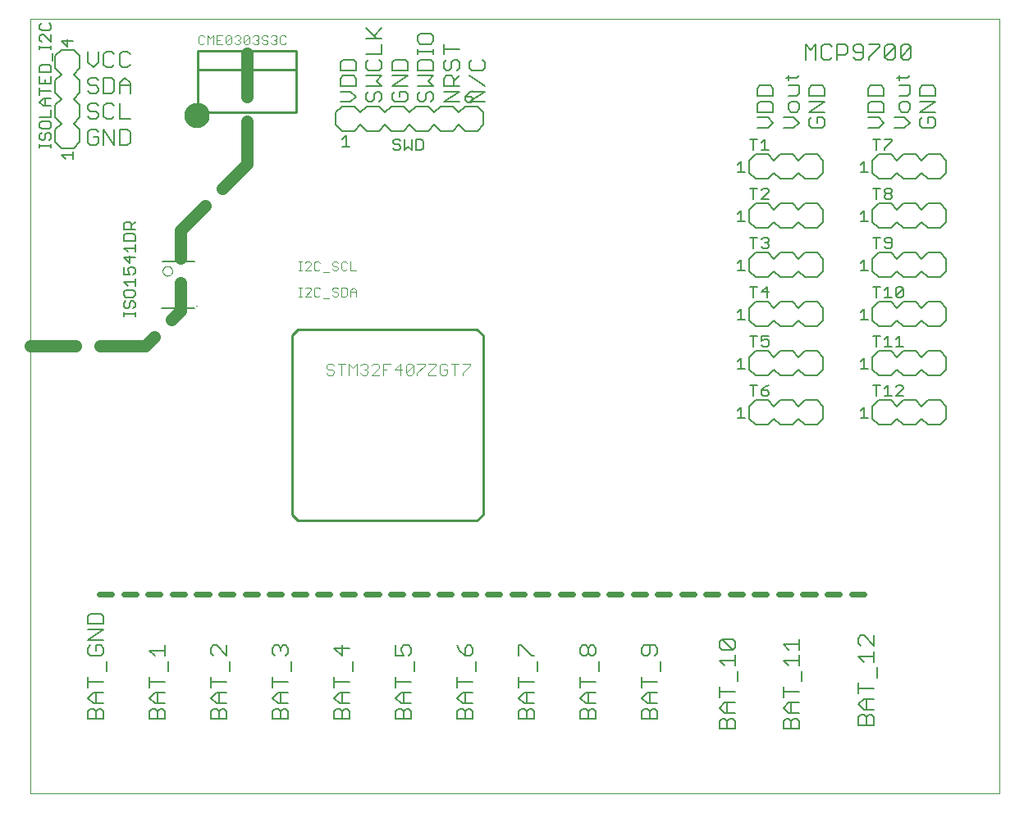
<source format=gto>
G75*
%MOIN*%
%OFA0B0*%
%FSLAX25Y25*%
%IPPOS*%
%LPD*%
%AMOC8*
5,1,8,0,0,1.08239X$1,22.5*
%
%ADD10C,0.00000*%
%ADD11C,0.05000*%
%ADD12C,0.00600*%
%ADD13C,0.02400*%
%ADD14C,0.01000*%
%ADD15C,0.00400*%
%ADD16C,0.00300*%
%ADD17C,0.00200*%
%ADD18C,0.00500*%
D10*
X0003500Y0001000D02*
X0003500Y0315961D01*
X0397201Y0315961D01*
X0397201Y0001000D01*
X0003500Y0001000D01*
D11*
X0003500Y0183000D02*
X0021750Y0183000D01*
X0031750Y0183000D02*
X0050000Y0183000D01*
X0053714Y0186714D01*
X0060786Y0193786D02*
X0064500Y0197500D01*
X0064500Y0208750D01*
X0064500Y0218750D02*
X0064500Y0230000D01*
X0074464Y0239964D01*
X0081536Y0247036D02*
X0091500Y0257000D01*
X0091500Y0274500D01*
X0091500Y0284500D02*
X0091500Y0302000D01*
X0068450Y0277000D02*
X0068452Y0277101D01*
X0068458Y0277201D01*
X0068468Y0277302D01*
X0068482Y0277401D01*
X0068500Y0277501D01*
X0068521Y0277599D01*
X0068547Y0277696D01*
X0068576Y0277793D01*
X0068610Y0277888D01*
X0068647Y0277982D01*
X0068687Y0278074D01*
X0068731Y0278164D01*
X0068779Y0278253D01*
X0068830Y0278340D01*
X0068885Y0278425D01*
X0068943Y0278507D01*
X0069004Y0278587D01*
X0069068Y0278665D01*
X0069136Y0278740D01*
X0069206Y0278812D01*
X0069279Y0278881D01*
X0069354Y0278948D01*
X0069433Y0279011D01*
X0069513Y0279072D01*
X0069596Y0279129D01*
X0069682Y0279183D01*
X0069769Y0279233D01*
X0069858Y0279280D01*
X0069949Y0279323D01*
X0070042Y0279363D01*
X0070136Y0279399D01*
X0070231Y0279431D01*
X0070328Y0279460D01*
X0070426Y0279484D01*
X0070524Y0279505D01*
X0070624Y0279522D01*
X0070723Y0279535D01*
X0070824Y0279544D01*
X0070924Y0279549D01*
X0071025Y0279550D01*
X0071126Y0279547D01*
X0071226Y0279540D01*
X0071327Y0279529D01*
X0071426Y0279514D01*
X0071525Y0279495D01*
X0071623Y0279473D01*
X0071721Y0279446D01*
X0071817Y0279416D01*
X0071911Y0279382D01*
X0072005Y0279344D01*
X0072097Y0279302D01*
X0072187Y0279257D01*
X0072275Y0279208D01*
X0072361Y0279156D01*
X0072445Y0279101D01*
X0072527Y0279042D01*
X0072607Y0278980D01*
X0072684Y0278915D01*
X0072758Y0278847D01*
X0072830Y0278776D01*
X0072898Y0278703D01*
X0072964Y0278626D01*
X0073027Y0278547D01*
X0073086Y0278466D01*
X0073143Y0278382D01*
X0073196Y0278297D01*
X0073245Y0278209D01*
X0073291Y0278119D01*
X0073334Y0278028D01*
X0073372Y0277935D01*
X0073407Y0277841D01*
X0073439Y0277745D01*
X0073466Y0277648D01*
X0073490Y0277550D01*
X0073510Y0277451D01*
X0073526Y0277352D01*
X0073538Y0277252D01*
X0073546Y0277151D01*
X0073550Y0277050D01*
X0073550Y0276950D01*
X0073546Y0276849D01*
X0073538Y0276748D01*
X0073526Y0276648D01*
X0073510Y0276549D01*
X0073490Y0276450D01*
X0073466Y0276352D01*
X0073439Y0276255D01*
X0073407Y0276159D01*
X0073372Y0276065D01*
X0073334Y0275972D01*
X0073291Y0275881D01*
X0073245Y0275791D01*
X0073196Y0275703D01*
X0073143Y0275618D01*
X0073086Y0275534D01*
X0073027Y0275453D01*
X0072964Y0275374D01*
X0072898Y0275297D01*
X0072830Y0275224D01*
X0072758Y0275153D01*
X0072684Y0275085D01*
X0072607Y0275020D01*
X0072527Y0274958D01*
X0072445Y0274899D01*
X0072361Y0274844D01*
X0072275Y0274792D01*
X0072187Y0274743D01*
X0072097Y0274698D01*
X0072005Y0274656D01*
X0071911Y0274618D01*
X0071817Y0274584D01*
X0071721Y0274554D01*
X0071623Y0274527D01*
X0071525Y0274505D01*
X0071426Y0274486D01*
X0071327Y0274471D01*
X0071226Y0274460D01*
X0071126Y0274453D01*
X0071025Y0274450D01*
X0070924Y0274451D01*
X0070824Y0274456D01*
X0070723Y0274465D01*
X0070624Y0274478D01*
X0070524Y0274495D01*
X0070426Y0274516D01*
X0070328Y0274540D01*
X0070231Y0274569D01*
X0070136Y0274601D01*
X0070042Y0274637D01*
X0069949Y0274677D01*
X0069858Y0274720D01*
X0069769Y0274767D01*
X0069682Y0274817D01*
X0069596Y0274871D01*
X0069513Y0274928D01*
X0069433Y0274989D01*
X0069354Y0275052D01*
X0069279Y0275119D01*
X0069206Y0275188D01*
X0069136Y0275260D01*
X0069068Y0275335D01*
X0069004Y0275413D01*
X0068943Y0275493D01*
X0068885Y0275575D01*
X0068830Y0275660D01*
X0068779Y0275747D01*
X0068731Y0275836D01*
X0068687Y0275926D01*
X0068647Y0276018D01*
X0068610Y0276112D01*
X0068576Y0276207D01*
X0068547Y0276304D01*
X0068521Y0276401D01*
X0068500Y0276499D01*
X0068482Y0276599D01*
X0068468Y0276698D01*
X0068458Y0276799D01*
X0068452Y0276899D01*
X0068450Y0277000D01*
D12*
X0043961Y0275300D02*
X0039691Y0275300D01*
X0039691Y0281705D01*
X0037516Y0280638D02*
X0036448Y0281705D01*
X0034313Y0281705D01*
X0033245Y0280638D01*
X0033245Y0276368D01*
X0034313Y0275300D01*
X0036448Y0275300D01*
X0037516Y0276368D01*
X0037516Y0271205D02*
X0037516Y0264800D01*
X0033245Y0271205D01*
X0033245Y0264800D01*
X0031070Y0265868D02*
X0031070Y0268003D01*
X0028935Y0268003D01*
X0026800Y0270138D02*
X0026800Y0265868D01*
X0027868Y0264800D01*
X0030003Y0264800D01*
X0031070Y0265868D01*
X0031070Y0270138D02*
X0030003Y0271205D01*
X0027868Y0271205D01*
X0026800Y0270138D01*
X0023500Y0271000D02*
X0023500Y0266000D01*
X0021000Y0263500D01*
X0016000Y0263500D01*
X0013500Y0266000D01*
X0013500Y0271000D01*
X0016000Y0273500D01*
X0013500Y0276000D01*
X0013500Y0281000D01*
X0016000Y0283500D01*
X0013500Y0286000D01*
X0013500Y0291000D01*
X0016000Y0293500D01*
X0013500Y0296000D01*
X0013500Y0301000D01*
X0016000Y0303500D01*
X0021000Y0303500D01*
X0023500Y0301000D01*
X0023500Y0296000D01*
X0021000Y0293500D01*
X0023500Y0291000D01*
X0023500Y0286000D01*
X0021000Y0283500D01*
X0023500Y0281000D01*
X0023500Y0276000D01*
X0021000Y0273500D01*
X0023500Y0271000D01*
X0027868Y0275300D02*
X0026800Y0276368D01*
X0027868Y0275300D02*
X0030003Y0275300D01*
X0031070Y0276368D01*
X0031070Y0277435D01*
X0030003Y0278503D01*
X0027868Y0278503D01*
X0026800Y0279570D01*
X0026800Y0280638D01*
X0027868Y0281705D01*
X0030003Y0281705D01*
X0031070Y0280638D01*
X0030003Y0285800D02*
X0027868Y0285800D01*
X0026800Y0286868D01*
X0027868Y0289003D02*
X0030003Y0289003D01*
X0031070Y0287935D01*
X0031070Y0286868D01*
X0030003Y0285800D01*
X0033245Y0285800D02*
X0036448Y0285800D01*
X0037516Y0286868D01*
X0037516Y0291138D01*
X0036448Y0292205D01*
X0033245Y0292205D01*
X0033245Y0285800D01*
X0039691Y0285800D02*
X0039691Y0290070D01*
X0041826Y0292205D01*
X0043961Y0290070D01*
X0043961Y0285800D01*
X0043961Y0289003D02*
X0039691Y0289003D01*
X0040759Y0296300D02*
X0042894Y0296300D01*
X0043961Y0297368D01*
X0040759Y0296300D02*
X0039691Y0297368D01*
X0039691Y0301638D01*
X0040759Y0302705D01*
X0042894Y0302705D01*
X0043961Y0301638D01*
X0037516Y0301638D02*
X0036448Y0302705D01*
X0034313Y0302705D01*
X0033245Y0301638D01*
X0033245Y0297368D01*
X0034313Y0296300D01*
X0036448Y0296300D01*
X0037516Y0297368D01*
X0031070Y0298435D02*
X0028935Y0296300D01*
X0026800Y0298435D01*
X0026800Y0302705D01*
X0031070Y0302705D02*
X0031070Y0298435D01*
X0030003Y0292205D02*
X0027868Y0292205D01*
X0026800Y0291138D01*
X0026800Y0290070D01*
X0027868Y0289003D01*
X0031070Y0291138D02*
X0030003Y0292205D01*
X0039691Y0271205D02*
X0042894Y0271205D01*
X0043961Y0270138D01*
X0043961Y0265868D01*
X0042894Y0264800D01*
X0039691Y0264800D01*
X0039691Y0271205D01*
X0056945Y0217547D02*
X0070094Y0217547D01*
X0071079Y0199398D02*
X0071079Y0199299D01*
X0070094Y0198453D02*
X0056906Y0198453D01*
X0130000Y0270500D02*
X0135000Y0270500D01*
X0137500Y0273000D01*
X0140000Y0270500D01*
X0145000Y0270500D01*
X0147500Y0273000D01*
X0150000Y0270500D01*
X0155000Y0270500D01*
X0157500Y0273000D01*
X0160000Y0270500D01*
X0165000Y0270500D01*
X0167500Y0273000D01*
X0170000Y0270500D01*
X0175000Y0270500D01*
X0177500Y0273000D01*
X0180000Y0270500D01*
X0185000Y0270500D01*
X0187500Y0273000D01*
X0187500Y0278000D01*
X0185000Y0280500D01*
X0180000Y0280500D01*
X0177500Y0278000D01*
X0175000Y0280500D01*
X0170000Y0280500D01*
X0167500Y0278000D01*
X0165000Y0280500D01*
X0160000Y0280500D01*
X0157500Y0278000D01*
X0155000Y0280500D01*
X0150000Y0280500D01*
X0147500Y0278000D01*
X0145000Y0280500D01*
X0140000Y0280500D01*
X0137500Y0278000D01*
X0135000Y0280500D01*
X0130000Y0280500D01*
X0127500Y0278000D01*
X0127500Y0273000D01*
X0130000Y0270500D01*
X0129295Y0282300D02*
X0133565Y0282300D01*
X0135700Y0284435D01*
X0133565Y0286570D01*
X0129295Y0286570D01*
X0129295Y0288745D02*
X0129295Y0291948D01*
X0130362Y0293016D01*
X0134632Y0293016D01*
X0135700Y0291948D01*
X0135700Y0288745D01*
X0129295Y0288745D01*
X0129295Y0295191D02*
X0129295Y0298394D01*
X0130362Y0299461D01*
X0134632Y0299461D01*
X0135700Y0298394D01*
X0135700Y0295191D01*
X0129295Y0295191D01*
X0139795Y0296259D02*
X0140862Y0295191D01*
X0145132Y0295191D01*
X0146200Y0296259D01*
X0146200Y0298394D01*
X0145132Y0299461D01*
X0146200Y0301636D02*
X0139795Y0301636D01*
X0140862Y0299461D02*
X0139795Y0298394D01*
X0139795Y0296259D01*
X0139795Y0293016D02*
X0146200Y0293016D01*
X0144065Y0290881D01*
X0146200Y0288745D01*
X0139795Y0288745D01*
X0140862Y0286570D02*
X0139795Y0285503D01*
X0139795Y0283368D01*
X0140862Y0282300D01*
X0141930Y0282300D01*
X0142997Y0283368D01*
X0142997Y0285503D01*
X0144065Y0286570D01*
X0145132Y0286570D01*
X0146200Y0285503D01*
X0146200Y0283368D01*
X0145132Y0282300D01*
X0150295Y0283368D02*
X0150295Y0285503D01*
X0151362Y0286570D01*
X0153497Y0286570D02*
X0153497Y0284435D01*
X0153497Y0286570D02*
X0155632Y0286570D01*
X0156700Y0285503D01*
X0156700Y0283368D01*
X0155632Y0282300D01*
X0151362Y0282300D01*
X0150295Y0283368D01*
X0150295Y0288745D02*
X0156700Y0293016D01*
X0150295Y0293016D01*
X0150295Y0295191D02*
X0150295Y0298394D01*
X0151362Y0299461D01*
X0155632Y0299461D01*
X0156700Y0298394D01*
X0156700Y0295191D01*
X0150295Y0295191D01*
X0150295Y0288745D02*
X0156700Y0288745D01*
X0160795Y0288745D02*
X0167200Y0288745D01*
X0165065Y0290881D01*
X0167200Y0293016D01*
X0160795Y0293016D01*
X0160795Y0295191D02*
X0160795Y0298394D01*
X0161862Y0299461D01*
X0166132Y0299461D01*
X0167200Y0298394D01*
X0167200Y0295191D01*
X0160795Y0295191D01*
X0160795Y0301636D02*
X0160795Y0303772D01*
X0160795Y0302704D02*
X0167200Y0302704D01*
X0167200Y0301636D02*
X0167200Y0303772D01*
X0166132Y0305933D02*
X0167200Y0307001D01*
X0167200Y0309136D01*
X0166132Y0310204D01*
X0161862Y0310204D01*
X0160795Y0309136D01*
X0160795Y0307001D01*
X0161862Y0305933D01*
X0166132Y0305933D01*
X0171295Y0305907D02*
X0171295Y0301636D01*
X0171295Y0303772D02*
X0177700Y0303772D01*
X0176632Y0299461D02*
X0177700Y0298394D01*
X0177700Y0296259D01*
X0176632Y0295191D01*
X0174497Y0296259D02*
X0174497Y0298394D01*
X0175565Y0299461D01*
X0176632Y0299461D01*
X0174497Y0296259D02*
X0173430Y0295191D01*
X0172362Y0295191D01*
X0171295Y0296259D01*
X0171295Y0298394D01*
X0172362Y0299461D01*
X0172362Y0293016D02*
X0174497Y0293016D01*
X0175565Y0291948D01*
X0175565Y0288745D01*
X0177700Y0288745D02*
X0171295Y0288745D01*
X0171295Y0291948D01*
X0172362Y0293016D01*
X0175565Y0290881D02*
X0177700Y0293016D01*
X0181795Y0293016D02*
X0188200Y0288745D01*
X0188200Y0286570D02*
X0181795Y0286570D01*
X0177700Y0286570D02*
X0171295Y0286570D01*
X0171295Y0282300D02*
X0177700Y0286570D01*
X0177700Y0282300D02*
X0171295Y0282300D01*
X0167200Y0283368D02*
X0166132Y0282300D01*
X0167200Y0283368D02*
X0167200Y0285503D01*
X0166132Y0286570D01*
X0165065Y0286570D01*
X0163997Y0285503D01*
X0163997Y0283368D01*
X0162930Y0282300D01*
X0161862Y0282300D01*
X0160795Y0283368D01*
X0160795Y0285503D01*
X0161862Y0286570D01*
X0181795Y0282300D02*
X0188200Y0286570D01*
X0188200Y0282300D02*
X0181795Y0282300D01*
X0182862Y0295191D02*
X0187132Y0295191D01*
X0188200Y0296259D01*
X0188200Y0298394D01*
X0187132Y0299461D01*
X0182862Y0299461D02*
X0181795Y0298394D01*
X0181795Y0296259D01*
X0182862Y0295191D01*
X0146200Y0301636D02*
X0146200Y0305907D01*
X0146200Y0308082D02*
X0139795Y0308082D01*
X0142997Y0309150D02*
X0146200Y0312352D01*
X0144065Y0308082D02*
X0139795Y0312352D01*
X0295500Y0258500D02*
X0295500Y0253500D01*
X0298000Y0251000D01*
X0303000Y0251000D01*
X0305500Y0253500D01*
X0308000Y0251000D01*
X0313000Y0251000D01*
X0315500Y0253500D01*
X0318000Y0251000D01*
X0323000Y0251000D01*
X0325500Y0253500D01*
X0325500Y0258500D01*
X0323000Y0261000D01*
X0318000Y0261000D01*
X0315500Y0258500D01*
X0313000Y0261000D01*
X0308000Y0261000D01*
X0305500Y0258500D01*
X0303000Y0261000D01*
X0298000Y0261000D01*
X0295500Y0258500D01*
X0298795Y0271800D02*
X0303065Y0271800D01*
X0305200Y0273935D01*
X0303065Y0276070D01*
X0298795Y0276070D01*
X0298795Y0278245D02*
X0298795Y0281448D01*
X0299862Y0282516D01*
X0304132Y0282516D01*
X0305200Y0281448D01*
X0305200Y0278245D01*
X0298795Y0278245D01*
X0298795Y0284691D02*
X0298795Y0287894D01*
X0299862Y0288961D01*
X0304132Y0288961D01*
X0305200Y0287894D01*
X0305200Y0284691D01*
X0298795Y0284691D01*
X0310362Y0292204D02*
X0314632Y0292204D01*
X0315700Y0293272D01*
X0311430Y0293272D02*
X0311430Y0291136D01*
X0311430Y0288961D02*
X0315700Y0288961D01*
X0315700Y0285759D01*
X0314632Y0284691D01*
X0311430Y0284691D01*
X0312497Y0282516D02*
X0311430Y0281448D01*
X0311430Y0279313D01*
X0312497Y0278245D01*
X0314632Y0278245D01*
X0315700Y0279313D01*
X0315700Y0281448D01*
X0314632Y0282516D01*
X0312497Y0282516D01*
X0313565Y0276070D02*
X0309295Y0276070D01*
X0313565Y0276070D02*
X0315700Y0273935D01*
X0313565Y0271800D01*
X0309295Y0271800D01*
X0319795Y0272868D02*
X0320862Y0271800D01*
X0325132Y0271800D01*
X0326200Y0272868D01*
X0326200Y0275003D01*
X0325132Y0276070D01*
X0322997Y0276070D01*
X0322997Y0273935D01*
X0320862Y0276070D02*
X0319795Y0275003D01*
X0319795Y0272868D01*
X0319795Y0278245D02*
X0326200Y0282516D01*
X0319795Y0282516D01*
X0319795Y0284691D02*
X0319795Y0287894D01*
X0320862Y0288961D01*
X0325132Y0288961D01*
X0326200Y0287894D01*
X0326200Y0284691D01*
X0319795Y0284691D01*
X0319795Y0278245D02*
X0326200Y0278245D01*
X0343795Y0278245D02*
X0343795Y0281448D01*
X0344862Y0282516D01*
X0349132Y0282516D01*
X0350200Y0281448D01*
X0350200Y0278245D01*
X0343795Y0278245D01*
X0343795Y0276070D02*
X0348065Y0276070D01*
X0350200Y0273935D01*
X0348065Y0271800D01*
X0343795Y0271800D01*
X0354295Y0271800D02*
X0358565Y0271800D01*
X0360700Y0273935D01*
X0358565Y0276070D01*
X0354295Y0276070D01*
X0357497Y0278245D02*
X0359632Y0278245D01*
X0360700Y0279313D01*
X0360700Y0281448D01*
X0359632Y0282516D01*
X0357497Y0282516D01*
X0356430Y0281448D01*
X0356430Y0279313D01*
X0357497Y0278245D01*
X0356430Y0284691D02*
X0359632Y0284691D01*
X0360700Y0285759D01*
X0360700Y0288961D01*
X0356430Y0288961D01*
X0356430Y0291136D02*
X0356430Y0293272D01*
X0355362Y0292204D02*
X0359632Y0292204D01*
X0360700Y0293272D01*
X0365862Y0288961D02*
X0364795Y0287894D01*
X0364795Y0284691D01*
X0371200Y0284691D01*
X0371200Y0287894D01*
X0370132Y0288961D01*
X0365862Y0288961D01*
X0364795Y0282516D02*
X0371200Y0282516D01*
X0364795Y0278245D01*
X0371200Y0278245D01*
X0370132Y0276070D02*
X0367997Y0276070D01*
X0367997Y0273935D01*
X0365862Y0271800D02*
X0370132Y0271800D01*
X0371200Y0272868D01*
X0371200Y0275003D01*
X0370132Y0276070D01*
X0365862Y0276070D02*
X0364795Y0275003D01*
X0364795Y0272868D01*
X0365862Y0271800D01*
X0368000Y0261000D02*
X0373000Y0261000D01*
X0375500Y0258500D01*
X0375500Y0253500D01*
X0373000Y0251000D01*
X0368000Y0251000D01*
X0365500Y0253500D01*
X0363000Y0251000D01*
X0358000Y0251000D01*
X0355500Y0253500D01*
X0353000Y0251000D01*
X0348000Y0251000D01*
X0345500Y0253500D01*
X0345500Y0258500D01*
X0348000Y0261000D01*
X0353000Y0261000D01*
X0355500Y0258500D01*
X0358000Y0261000D01*
X0363000Y0261000D01*
X0365500Y0258500D01*
X0368000Y0261000D01*
X0368000Y0241000D02*
X0373000Y0241000D01*
X0375500Y0238500D01*
X0375500Y0233500D01*
X0373000Y0231000D01*
X0368000Y0231000D01*
X0365500Y0233500D01*
X0363000Y0231000D01*
X0358000Y0231000D01*
X0355500Y0233500D01*
X0353000Y0231000D01*
X0348000Y0231000D01*
X0345500Y0233500D01*
X0345500Y0238500D01*
X0348000Y0241000D01*
X0353000Y0241000D01*
X0355500Y0238500D01*
X0358000Y0241000D01*
X0363000Y0241000D01*
X0365500Y0238500D01*
X0368000Y0241000D01*
X0368000Y0221000D02*
X0373000Y0221000D01*
X0375500Y0218500D01*
X0375500Y0213500D01*
X0373000Y0211000D01*
X0368000Y0211000D01*
X0365500Y0213500D01*
X0363000Y0211000D01*
X0358000Y0211000D01*
X0355500Y0213500D01*
X0353000Y0211000D01*
X0348000Y0211000D01*
X0345500Y0213500D01*
X0345500Y0218500D01*
X0348000Y0221000D01*
X0353000Y0221000D01*
X0355500Y0218500D01*
X0358000Y0221000D01*
X0363000Y0221000D01*
X0365500Y0218500D01*
X0368000Y0221000D01*
X0368000Y0201000D02*
X0365500Y0198500D01*
X0363000Y0201000D01*
X0358000Y0201000D01*
X0355500Y0198500D01*
X0353000Y0201000D01*
X0348000Y0201000D01*
X0345500Y0198500D01*
X0345500Y0193500D01*
X0348000Y0191000D01*
X0353000Y0191000D01*
X0355500Y0193500D01*
X0358000Y0191000D01*
X0363000Y0191000D01*
X0365500Y0193500D01*
X0368000Y0191000D01*
X0373000Y0191000D01*
X0375500Y0193500D01*
X0375500Y0198500D01*
X0373000Y0201000D01*
X0368000Y0201000D01*
X0368000Y0181000D02*
X0373000Y0181000D01*
X0375500Y0178500D01*
X0375500Y0173500D01*
X0373000Y0171000D01*
X0368000Y0171000D01*
X0365500Y0173500D01*
X0363000Y0171000D01*
X0358000Y0171000D01*
X0355500Y0173500D01*
X0353000Y0171000D01*
X0348000Y0171000D01*
X0345500Y0173500D01*
X0345500Y0178500D01*
X0348000Y0181000D01*
X0353000Y0181000D01*
X0355500Y0178500D01*
X0358000Y0181000D01*
X0363000Y0181000D01*
X0365500Y0178500D01*
X0368000Y0181000D01*
X0368000Y0161000D02*
X0373000Y0161000D01*
X0375500Y0158500D01*
X0375500Y0153500D01*
X0373000Y0151000D01*
X0368000Y0151000D01*
X0365500Y0153500D01*
X0363000Y0151000D01*
X0358000Y0151000D01*
X0355500Y0153500D01*
X0353000Y0151000D01*
X0348000Y0151000D01*
X0345500Y0153500D01*
X0345500Y0158500D01*
X0348000Y0161000D01*
X0353000Y0161000D01*
X0355500Y0158500D01*
X0358000Y0161000D01*
X0363000Y0161000D01*
X0365500Y0158500D01*
X0368000Y0161000D01*
X0325500Y0158500D02*
X0325500Y0153500D01*
X0323000Y0151000D01*
X0318000Y0151000D01*
X0315500Y0153500D01*
X0313000Y0151000D01*
X0308000Y0151000D01*
X0305500Y0153500D01*
X0303000Y0151000D01*
X0298000Y0151000D01*
X0295500Y0153500D01*
X0295500Y0158500D01*
X0298000Y0161000D01*
X0303000Y0161000D01*
X0305500Y0158500D01*
X0308000Y0161000D01*
X0313000Y0161000D01*
X0315500Y0158500D01*
X0318000Y0161000D01*
X0323000Y0161000D01*
X0325500Y0158500D01*
X0323000Y0171000D02*
X0318000Y0171000D01*
X0315500Y0173500D01*
X0313000Y0171000D01*
X0308000Y0171000D01*
X0305500Y0173500D01*
X0303000Y0171000D01*
X0298000Y0171000D01*
X0295500Y0173500D01*
X0295500Y0178500D01*
X0298000Y0181000D01*
X0303000Y0181000D01*
X0305500Y0178500D01*
X0308000Y0181000D01*
X0313000Y0181000D01*
X0315500Y0178500D01*
X0318000Y0181000D01*
X0323000Y0181000D01*
X0325500Y0178500D01*
X0325500Y0173500D01*
X0323000Y0171000D01*
X0323000Y0191000D02*
X0318000Y0191000D01*
X0315500Y0193500D01*
X0313000Y0191000D01*
X0308000Y0191000D01*
X0305500Y0193500D01*
X0303000Y0191000D01*
X0298000Y0191000D01*
X0295500Y0193500D01*
X0295500Y0198500D01*
X0298000Y0201000D01*
X0303000Y0201000D01*
X0305500Y0198500D01*
X0308000Y0201000D01*
X0313000Y0201000D01*
X0315500Y0198500D01*
X0318000Y0201000D01*
X0323000Y0201000D01*
X0325500Y0198500D01*
X0325500Y0193500D01*
X0323000Y0191000D01*
X0323000Y0211000D02*
X0318000Y0211000D01*
X0315500Y0213500D01*
X0313000Y0211000D01*
X0308000Y0211000D01*
X0305500Y0213500D01*
X0303000Y0211000D01*
X0298000Y0211000D01*
X0295500Y0213500D01*
X0295500Y0218500D01*
X0298000Y0221000D01*
X0303000Y0221000D01*
X0305500Y0218500D01*
X0308000Y0221000D01*
X0313000Y0221000D01*
X0315500Y0218500D01*
X0318000Y0221000D01*
X0323000Y0221000D01*
X0325500Y0218500D01*
X0325500Y0213500D01*
X0323000Y0211000D01*
X0323000Y0231000D02*
X0318000Y0231000D01*
X0315500Y0233500D01*
X0313000Y0231000D01*
X0308000Y0231000D01*
X0305500Y0233500D01*
X0303000Y0231000D01*
X0298000Y0231000D01*
X0295500Y0233500D01*
X0295500Y0238500D01*
X0298000Y0241000D01*
X0303000Y0241000D01*
X0305500Y0238500D01*
X0308000Y0241000D01*
X0313000Y0241000D01*
X0315500Y0238500D01*
X0318000Y0241000D01*
X0323000Y0241000D01*
X0325500Y0238500D01*
X0325500Y0233500D01*
X0323000Y0231000D01*
X0343795Y0284691D02*
X0343795Y0287894D01*
X0344862Y0288961D01*
X0349132Y0288961D01*
X0350200Y0287894D01*
X0350200Y0284691D01*
X0343795Y0284691D01*
X0344082Y0299300D02*
X0344082Y0300368D01*
X0348352Y0304638D01*
X0348352Y0305705D01*
X0344082Y0305705D01*
X0341907Y0304638D02*
X0341907Y0300368D01*
X0340839Y0299300D01*
X0338704Y0299300D01*
X0337636Y0300368D01*
X0338704Y0302503D02*
X0337636Y0303570D01*
X0337636Y0304638D01*
X0338704Y0305705D01*
X0340839Y0305705D01*
X0341907Y0304638D01*
X0341907Y0302503D02*
X0338704Y0302503D01*
X0335461Y0302503D02*
X0335461Y0304638D01*
X0334394Y0305705D01*
X0331191Y0305705D01*
X0331191Y0299300D01*
X0331191Y0301435D02*
X0334394Y0301435D01*
X0335461Y0302503D01*
X0329016Y0304638D02*
X0327948Y0305705D01*
X0325813Y0305705D01*
X0324745Y0304638D01*
X0324745Y0300368D01*
X0325813Y0299300D01*
X0327948Y0299300D01*
X0329016Y0300368D01*
X0322570Y0299300D02*
X0322570Y0305705D01*
X0320435Y0303570D01*
X0318300Y0305705D01*
X0318300Y0299300D01*
X0350527Y0300368D02*
X0351595Y0299300D01*
X0353730Y0299300D01*
X0354798Y0300368D01*
X0354798Y0304638D01*
X0350527Y0300368D01*
X0350527Y0304638D01*
X0351595Y0305705D01*
X0353730Y0305705D01*
X0354798Y0304638D01*
X0356973Y0304638D02*
X0358041Y0305705D01*
X0360176Y0305705D01*
X0361243Y0304638D01*
X0356973Y0300368D01*
X0358041Y0299300D01*
X0360176Y0299300D01*
X0361243Y0300368D01*
X0361243Y0304638D01*
X0356973Y0304638D02*
X0356973Y0300368D01*
X0346200Y0065298D02*
X0346200Y0061027D01*
X0341930Y0065298D01*
X0340862Y0065298D01*
X0339795Y0064230D01*
X0339795Y0062095D01*
X0340862Y0061027D01*
X0346200Y0058852D02*
X0346200Y0054582D01*
X0346200Y0056717D02*
X0339795Y0056717D01*
X0341930Y0054582D01*
X0347268Y0052407D02*
X0347268Y0048136D01*
X0346200Y0043826D02*
X0339795Y0043826D01*
X0339795Y0041691D02*
X0339795Y0045961D01*
X0341930Y0039516D02*
X0346200Y0039516D01*
X0342997Y0039516D02*
X0342997Y0035245D01*
X0341930Y0035245D02*
X0346200Y0035245D01*
X0345132Y0033070D02*
X0346200Y0032003D01*
X0346200Y0028800D01*
X0339795Y0028800D01*
X0339795Y0032003D01*
X0340862Y0033070D01*
X0341930Y0033070D01*
X0342997Y0032003D01*
X0342997Y0028800D01*
X0342997Y0032003D02*
X0344065Y0033070D01*
X0345132Y0033070D01*
X0341930Y0035245D02*
X0339795Y0037381D01*
X0341930Y0039516D01*
X0316768Y0046636D02*
X0316768Y0050907D01*
X0315700Y0053082D02*
X0315700Y0057352D01*
X0315700Y0055217D02*
X0309295Y0055217D01*
X0311430Y0053082D01*
X0311430Y0059527D02*
X0309295Y0061663D01*
X0315700Y0061663D01*
X0315700Y0063798D02*
X0315700Y0059527D01*
X0309295Y0044461D02*
X0309295Y0040191D01*
X0309295Y0042326D02*
X0315700Y0042326D01*
X0315700Y0038016D02*
X0311430Y0038016D01*
X0309295Y0035881D01*
X0311430Y0033745D01*
X0315700Y0033745D01*
X0314632Y0031570D02*
X0313565Y0031570D01*
X0312497Y0030503D01*
X0312497Y0027300D01*
X0309295Y0027300D02*
X0309295Y0030503D01*
X0310362Y0031570D01*
X0311430Y0031570D01*
X0312497Y0030503D01*
X0314632Y0031570D02*
X0315700Y0030503D01*
X0315700Y0027300D01*
X0309295Y0027300D01*
X0312497Y0033745D02*
X0312497Y0038016D01*
X0290768Y0046636D02*
X0290768Y0050907D01*
X0289700Y0053082D02*
X0289700Y0057352D01*
X0289700Y0055217D02*
X0283295Y0055217D01*
X0285430Y0053082D01*
X0284362Y0059527D02*
X0283295Y0060595D01*
X0283295Y0062730D01*
X0284362Y0063798D01*
X0288632Y0059527D01*
X0289700Y0060595D01*
X0289700Y0062730D01*
X0288632Y0063798D01*
X0284362Y0063798D01*
X0284362Y0059527D02*
X0288632Y0059527D01*
X0283295Y0044461D02*
X0283295Y0040191D01*
X0283295Y0042326D02*
X0289700Y0042326D01*
X0289700Y0038016D02*
X0285430Y0038016D01*
X0283295Y0035881D01*
X0285430Y0033745D01*
X0289700Y0033745D01*
X0288632Y0031570D02*
X0289700Y0030503D01*
X0289700Y0027300D01*
X0283295Y0027300D01*
X0283295Y0030503D01*
X0284362Y0031570D01*
X0285430Y0031570D01*
X0286497Y0030503D01*
X0286497Y0027300D01*
X0286497Y0030503D02*
X0287565Y0031570D01*
X0288632Y0031570D01*
X0286497Y0033745D02*
X0286497Y0038016D01*
X0259268Y0050636D02*
X0259268Y0054907D01*
X0257132Y0057082D02*
X0258200Y0058150D01*
X0258200Y0060285D01*
X0257132Y0061352D01*
X0252862Y0061352D01*
X0251795Y0060285D01*
X0251795Y0058150D01*
X0252862Y0057082D01*
X0253930Y0057082D01*
X0254997Y0058150D01*
X0254997Y0061352D01*
X0251795Y0048461D02*
X0251795Y0044191D01*
X0251795Y0046326D02*
X0258200Y0046326D01*
X0258200Y0042016D02*
X0253930Y0042016D01*
X0251795Y0039881D01*
X0253930Y0037745D01*
X0258200Y0037745D01*
X0257132Y0035570D02*
X0258200Y0034503D01*
X0258200Y0031300D01*
X0251795Y0031300D01*
X0251795Y0034503D01*
X0252862Y0035570D01*
X0253930Y0035570D01*
X0254997Y0034503D01*
X0254997Y0031300D01*
X0254997Y0034503D02*
X0256065Y0035570D01*
X0257132Y0035570D01*
X0254997Y0037745D02*
X0254997Y0042016D01*
X0233200Y0042016D02*
X0228930Y0042016D01*
X0226795Y0039881D01*
X0228930Y0037745D01*
X0233200Y0037745D01*
X0232132Y0035570D02*
X0233200Y0034503D01*
X0233200Y0031300D01*
X0226795Y0031300D01*
X0226795Y0034503D01*
X0227862Y0035570D01*
X0228930Y0035570D01*
X0229997Y0034503D01*
X0229997Y0031300D01*
X0229997Y0034503D02*
X0231065Y0035570D01*
X0232132Y0035570D01*
X0229997Y0037745D02*
X0229997Y0042016D01*
X0226795Y0044191D02*
X0226795Y0048461D01*
X0226795Y0046326D02*
X0233200Y0046326D01*
X0234268Y0050636D02*
X0234268Y0054907D01*
X0232132Y0057082D02*
X0231065Y0057082D01*
X0229997Y0058150D01*
X0229997Y0060285D01*
X0231065Y0061352D01*
X0232132Y0061352D01*
X0233200Y0060285D01*
X0233200Y0058150D01*
X0232132Y0057082D01*
X0229997Y0058150D02*
X0228930Y0057082D01*
X0227862Y0057082D01*
X0226795Y0058150D01*
X0226795Y0060285D01*
X0227862Y0061352D01*
X0228930Y0061352D01*
X0229997Y0060285D01*
X0209268Y0054907D02*
X0209268Y0050636D01*
X0208200Y0046326D02*
X0201795Y0046326D01*
X0201795Y0044191D02*
X0201795Y0048461D01*
X0203930Y0042016D02*
X0208200Y0042016D01*
X0204997Y0042016D02*
X0204997Y0037745D01*
X0203930Y0037745D02*
X0201795Y0039881D01*
X0203930Y0042016D01*
X0203930Y0037745D02*
X0208200Y0037745D01*
X0207132Y0035570D02*
X0208200Y0034503D01*
X0208200Y0031300D01*
X0201795Y0031300D01*
X0201795Y0034503D01*
X0202862Y0035570D01*
X0203930Y0035570D01*
X0204997Y0034503D01*
X0204997Y0031300D01*
X0204997Y0034503D02*
X0206065Y0035570D01*
X0207132Y0035570D01*
X0207132Y0057082D02*
X0208200Y0057082D01*
X0207132Y0057082D02*
X0202862Y0061352D01*
X0201795Y0061352D01*
X0201795Y0057082D01*
X0184268Y0054907D02*
X0184268Y0050636D01*
X0183200Y0046326D02*
X0176795Y0046326D01*
X0176795Y0044191D02*
X0176795Y0048461D01*
X0178930Y0042016D02*
X0183200Y0042016D01*
X0179997Y0042016D02*
X0179997Y0037745D01*
X0178930Y0037745D02*
X0176795Y0039881D01*
X0178930Y0042016D01*
X0178930Y0037745D02*
X0183200Y0037745D01*
X0182132Y0035570D02*
X0183200Y0034503D01*
X0183200Y0031300D01*
X0176795Y0031300D01*
X0176795Y0034503D01*
X0177862Y0035570D01*
X0178930Y0035570D01*
X0179997Y0034503D01*
X0179997Y0031300D01*
X0179997Y0034503D02*
X0181065Y0035570D01*
X0182132Y0035570D01*
X0182132Y0057082D02*
X0183200Y0058150D01*
X0183200Y0060285D01*
X0182132Y0061352D01*
X0181065Y0061352D01*
X0179997Y0060285D01*
X0179997Y0057082D01*
X0182132Y0057082D01*
X0179997Y0057082D02*
X0177862Y0059217D01*
X0176795Y0061352D01*
X0158200Y0060285D02*
X0158200Y0058150D01*
X0157132Y0057082D01*
X0154997Y0057082D02*
X0153930Y0059217D01*
X0153930Y0060285D01*
X0154997Y0061352D01*
X0157132Y0061352D01*
X0158200Y0060285D01*
X0154997Y0057082D02*
X0151795Y0057082D01*
X0151795Y0061352D01*
X0159268Y0054907D02*
X0159268Y0050636D01*
X0158200Y0046326D02*
X0151795Y0046326D01*
X0151795Y0044191D02*
X0151795Y0048461D01*
X0153930Y0042016D02*
X0158200Y0042016D01*
X0154997Y0042016D02*
X0154997Y0037745D01*
X0153930Y0037745D02*
X0151795Y0039881D01*
X0153930Y0042016D01*
X0153930Y0037745D02*
X0158200Y0037745D01*
X0157132Y0035570D02*
X0158200Y0034503D01*
X0158200Y0031300D01*
X0151795Y0031300D01*
X0151795Y0034503D01*
X0152862Y0035570D01*
X0153930Y0035570D01*
X0154997Y0034503D01*
X0154997Y0031300D01*
X0154997Y0034503D02*
X0156065Y0035570D01*
X0157132Y0035570D01*
X0133200Y0034503D02*
X0133200Y0031300D01*
X0126795Y0031300D01*
X0126795Y0034503D01*
X0127862Y0035570D01*
X0128930Y0035570D01*
X0129997Y0034503D01*
X0129997Y0031300D01*
X0129997Y0034503D02*
X0131065Y0035570D01*
X0132132Y0035570D01*
X0133200Y0034503D01*
X0133200Y0037745D02*
X0128930Y0037745D01*
X0126795Y0039881D01*
X0128930Y0042016D01*
X0133200Y0042016D01*
X0129997Y0042016D02*
X0129997Y0037745D01*
X0126795Y0044191D02*
X0126795Y0048461D01*
X0126795Y0046326D02*
X0133200Y0046326D01*
X0134268Y0050636D02*
X0134268Y0054907D01*
X0129997Y0057082D02*
X0129997Y0061352D01*
X0126795Y0060285D02*
X0129997Y0057082D01*
X0133200Y0060285D02*
X0126795Y0060285D01*
X0109268Y0054907D02*
X0109268Y0050636D01*
X0108200Y0046326D02*
X0101795Y0046326D01*
X0101795Y0044191D02*
X0101795Y0048461D01*
X0103930Y0042016D02*
X0108200Y0042016D01*
X0104997Y0042016D02*
X0104997Y0037745D01*
X0103930Y0037745D02*
X0101795Y0039881D01*
X0103930Y0042016D01*
X0103930Y0037745D02*
X0108200Y0037745D01*
X0107132Y0035570D02*
X0108200Y0034503D01*
X0108200Y0031300D01*
X0101795Y0031300D01*
X0101795Y0034503D01*
X0102862Y0035570D01*
X0103930Y0035570D01*
X0104997Y0034503D01*
X0104997Y0031300D01*
X0104997Y0034503D02*
X0106065Y0035570D01*
X0107132Y0035570D01*
X0084268Y0050636D02*
X0084268Y0054907D01*
X0083200Y0057082D02*
X0078930Y0061352D01*
X0077862Y0061352D01*
X0076795Y0060285D01*
X0076795Y0058150D01*
X0077862Y0057082D01*
X0083200Y0057082D02*
X0083200Y0061352D01*
X0076795Y0048461D02*
X0076795Y0044191D01*
X0076795Y0046326D02*
X0083200Y0046326D01*
X0083200Y0042016D02*
X0078930Y0042016D01*
X0076795Y0039881D01*
X0078930Y0037745D01*
X0083200Y0037745D01*
X0082132Y0035570D02*
X0083200Y0034503D01*
X0083200Y0031300D01*
X0076795Y0031300D01*
X0076795Y0034503D01*
X0077862Y0035570D01*
X0078930Y0035570D01*
X0079997Y0034503D01*
X0079997Y0031300D01*
X0079997Y0034503D02*
X0081065Y0035570D01*
X0082132Y0035570D01*
X0079997Y0037745D02*
X0079997Y0042016D01*
X0101795Y0058150D02*
X0101795Y0060285D01*
X0102862Y0061352D01*
X0103930Y0061352D01*
X0104997Y0060285D01*
X0106065Y0061352D01*
X0107132Y0061352D01*
X0108200Y0060285D01*
X0108200Y0058150D01*
X0107132Y0057082D01*
X0104997Y0059217D02*
X0104997Y0060285D01*
X0101795Y0058150D02*
X0102862Y0057082D01*
X0059268Y0054907D02*
X0059268Y0050636D01*
X0058200Y0046326D02*
X0051795Y0046326D01*
X0051795Y0044191D02*
X0051795Y0048461D01*
X0053930Y0042016D02*
X0058200Y0042016D01*
X0054997Y0042016D02*
X0054997Y0037745D01*
X0053930Y0037745D02*
X0051795Y0039881D01*
X0053930Y0042016D01*
X0053930Y0037745D02*
X0058200Y0037745D01*
X0057132Y0035570D02*
X0058200Y0034503D01*
X0058200Y0031300D01*
X0051795Y0031300D01*
X0051795Y0034503D01*
X0052862Y0035570D01*
X0053930Y0035570D01*
X0054997Y0034503D01*
X0054997Y0031300D01*
X0054997Y0034503D02*
X0056065Y0035570D01*
X0057132Y0035570D01*
X0058200Y0057082D02*
X0058200Y0061352D01*
X0058200Y0059217D02*
X0051795Y0059217D01*
X0053930Y0057082D01*
X0034268Y0054907D02*
X0034268Y0050636D01*
X0033200Y0046326D02*
X0026795Y0046326D01*
X0026795Y0044191D02*
X0026795Y0048461D01*
X0028930Y0042016D02*
X0033200Y0042016D01*
X0029997Y0042016D02*
X0029997Y0037745D01*
X0028930Y0037745D02*
X0026795Y0039881D01*
X0028930Y0042016D01*
X0028930Y0037745D02*
X0033200Y0037745D01*
X0032132Y0035570D02*
X0033200Y0034503D01*
X0033200Y0031300D01*
X0026795Y0031300D01*
X0026795Y0034503D01*
X0027862Y0035570D01*
X0028930Y0035570D01*
X0029997Y0034503D01*
X0029997Y0031300D01*
X0029997Y0034503D02*
X0031065Y0035570D01*
X0032132Y0035570D01*
X0032132Y0057082D02*
X0027862Y0057082D01*
X0026795Y0058150D01*
X0026795Y0060285D01*
X0027862Y0061352D01*
X0029997Y0061352D02*
X0029997Y0059217D01*
X0029997Y0061352D02*
X0032132Y0061352D01*
X0033200Y0060285D01*
X0033200Y0058150D01*
X0032132Y0057082D01*
X0033200Y0063527D02*
X0026795Y0063527D01*
X0033200Y0067798D01*
X0026795Y0067798D01*
X0026795Y0069973D02*
X0026795Y0073176D01*
X0027862Y0074243D01*
X0032132Y0074243D01*
X0033200Y0073176D01*
X0033200Y0069973D01*
X0026795Y0069973D01*
D13*
X0031500Y0082000D02*
X0036553Y0082000D01*
X0041353Y0082000D02*
X0046406Y0082000D01*
X0051206Y0082000D02*
X0056259Y0082000D01*
X0061059Y0082000D02*
X0066113Y0082000D01*
X0070913Y0082000D02*
X0075966Y0082000D01*
X0080766Y0082000D02*
X0085819Y0082000D01*
X0090619Y0082000D02*
X0095672Y0082000D01*
X0100472Y0082000D02*
X0105525Y0082000D01*
X0110325Y0082000D02*
X0115378Y0082000D01*
X0120178Y0082000D02*
X0125231Y0082000D01*
X0130031Y0082000D02*
X0135084Y0082000D01*
X0139884Y0082000D02*
X0144938Y0082000D01*
X0149738Y0082000D02*
X0154791Y0082000D01*
X0159591Y0082000D02*
X0164644Y0082000D01*
X0169444Y0082000D02*
X0174497Y0082000D01*
X0179297Y0082000D02*
X0184350Y0082000D01*
X0189150Y0082000D02*
X0194203Y0082000D01*
X0199003Y0082000D02*
X0204056Y0082000D01*
X0208856Y0082000D02*
X0213909Y0082000D01*
X0218709Y0082000D02*
X0223762Y0082000D01*
X0228562Y0082000D02*
X0233616Y0082000D01*
X0238416Y0082000D02*
X0243469Y0082000D01*
X0248269Y0082000D02*
X0253322Y0082000D01*
X0258122Y0082000D02*
X0263175Y0082000D01*
X0267975Y0082000D02*
X0273028Y0082000D01*
X0277828Y0082000D02*
X0282881Y0082000D01*
X0287681Y0082000D02*
X0292734Y0082000D01*
X0297534Y0082000D02*
X0302588Y0082000D01*
X0307388Y0082000D02*
X0312441Y0082000D01*
X0317241Y0082000D02*
X0322294Y0082000D01*
X0327094Y0082000D02*
X0332147Y0082000D01*
X0336947Y0082000D02*
X0342000Y0082000D01*
D14*
X0187280Y0114583D02*
X0184917Y0112220D01*
X0112083Y0112220D01*
X0109720Y0114583D01*
X0109720Y0187417D01*
X0112083Y0189780D01*
X0184917Y0189780D01*
X0187280Y0187417D01*
X0187280Y0114583D01*
X0111500Y0278000D02*
X0071500Y0278000D01*
X0071500Y0295500D01*
X0111500Y0295500D01*
X0111500Y0278000D01*
X0111500Y0295500D02*
X0111500Y0303000D01*
X0071500Y0303000D01*
X0071500Y0295500D01*
D15*
X0072301Y0305700D02*
X0073502Y0305700D01*
X0074102Y0306301D01*
X0075383Y0305700D02*
X0075383Y0309303D01*
X0076584Y0308102D01*
X0077785Y0309303D01*
X0077785Y0305700D01*
X0079066Y0305700D02*
X0081468Y0305700D01*
X0082749Y0306301D02*
X0085151Y0308703D01*
X0085151Y0306301D01*
X0084551Y0305700D01*
X0083350Y0305700D01*
X0082749Y0306301D01*
X0082749Y0308703D01*
X0083350Y0309303D01*
X0084551Y0309303D01*
X0085151Y0308703D01*
X0086433Y0308703D02*
X0087033Y0309303D01*
X0088234Y0309303D01*
X0088835Y0308703D01*
X0088835Y0308102D01*
X0088234Y0307502D01*
X0088835Y0306901D01*
X0088835Y0306301D01*
X0088234Y0305700D01*
X0087033Y0305700D01*
X0086433Y0306301D01*
X0087634Y0307502D02*
X0088234Y0307502D01*
X0090116Y0308703D02*
X0090716Y0309303D01*
X0091917Y0309303D01*
X0092518Y0308703D01*
X0090116Y0306301D01*
X0090716Y0305700D01*
X0091917Y0305700D01*
X0092518Y0306301D01*
X0092518Y0308703D01*
X0093799Y0308703D02*
X0094399Y0309303D01*
X0095600Y0309303D01*
X0096201Y0308703D01*
X0096201Y0308102D01*
X0095600Y0307502D01*
X0096201Y0306901D01*
X0096201Y0306301D01*
X0095600Y0305700D01*
X0094399Y0305700D01*
X0093799Y0306301D01*
X0095000Y0307502D02*
X0095600Y0307502D01*
X0097482Y0308102D02*
X0098083Y0307502D01*
X0099284Y0307502D01*
X0099884Y0306901D01*
X0099884Y0306301D01*
X0099284Y0305700D01*
X0098083Y0305700D01*
X0097482Y0306301D01*
X0097482Y0308102D02*
X0097482Y0308703D01*
X0098083Y0309303D01*
X0099284Y0309303D01*
X0099884Y0308703D01*
X0101165Y0308703D02*
X0101766Y0309303D01*
X0102967Y0309303D01*
X0103567Y0308703D01*
X0103567Y0308102D01*
X0102967Y0307502D01*
X0103567Y0306901D01*
X0103567Y0306301D01*
X0102967Y0305700D01*
X0101766Y0305700D01*
X0101165Y0306301D01*
X0102366Y0307502D02*
X0102967Y0307502D01*
X0104848Y0308703D02*
X0104848Y0306301D01*
X0105449Y0305700D01*
X0106650Y0305700D01*
X0107250Y0306301D01*
X0107250Y0308703D02*
X0106650Y0309303D01*
X0105449Y0309303D01*
X0104848Y0308703D01*
X0090116Y0308703D02*
X0090116Y0306301D01*
X0081468Y0309303D02*
X0079066Y0309303D01*
X0079066Y0305700D01*
X0079066Y0307502D02*
X0080267Y0307502D01*
X0074102Y0308703D02*
X0073502Y0309303D01*
X0072301Y0309303D01*
X0071700Y0308703D01*
X0071700Y0306301D01*
X0072301Y0305700D01*
X0124467Y0175804D02*
X0123700Y0175037D01*
X0123700Y0174269D01*
X0124467Y0173502D01*
X0126002Y0173502D01*
X0126769Y0172735D01*
X0126769Y0171967D01*
X0126002Y0171200D01*
X0124467Y0171200D01*
X0123700Y0171967D01*
X0126769Y0175037D02*
X0126002Y0175804D01*
X0124467Y0175804D01*
X0128304Y0175804D02*
X0131373Y0175804D01*
X0129839Y0175804D02*
X0129839Y0171200D01*
X0132908Y0171200D02*
X0132908Y0175804D01*
X0134442Y0174269D01*
X0135977Y0175804D01*
X0135977Y0171200D01*
X0137512Y0171967D02*
X0138279Y0171200D01*
X0139814Y0171200D01*
X0140581Y0171967D01*
X0140581Y0172735D01*
X0139814Y0173502D01*
X0139046Y0173502D01*
X0139814Y0173502D02*
X0140581Y0174269D01*
X0140581Y0175037D01*
X0139814Y0175804D01*
X0138279Y0175804D01*
X0137512Y0175037D01*
X0142116Y0175037D02*
X0142883Y0175804D01*
X0144418Y0175804D01*
X0145185Y0175037D01*
X0145185Y0174269D01*
X0142116Y0171200D01*
X0145185Y0171200D01*
X0146720Y0171200D02*
X0146720Y0175804D01*
X0149789Y0175804D01*
X0151324Y0173502D02*
X0154393Y0173502D01*
X0155927Y0171967D02*
X0155927Y0175037D01*
X0156695Y0175804D01*
X0158229Y0175804D01*
X0158997Y0175037D01*
X0155927Y0171967D01*
X0156695Y0171200D01*
X0158229Y0171200D01*
X0158997Y0171967D01*
X0158997Y0175037D01*
X0160531Y0175804D02*
X0163601Y0175804D01*
X0163601Y0175037D01*
X0160531Y0171967D01*
X0160531Y0171200D01*
X0165135Y0171200D02*
X0168205Y0171200D01*
X0169739Y0171967D02*
X0170507Y0171200D01*
X0172041Y0171200D01*
X0172809Y0171967D01*
X0172809Y0173502D01*
X0171274Y0173502D01*
X0172809Y0175037D02*
X0172041Y0175804D01*
X0170507Y0175804D01*
X0169739Y0175037D01*
X0169739Y0171967D01*
X0168205Y0175037D02*
X0165135Y0171967D01*
X0165135Y0171200D01*
X0168205Y0175037D02*
X0168205Y0175804D01*
X0165135Y0175804D01*
X0174343Y0175804D02*
X0177412Y0175804D01*
X0175878Y0175804D02*
X0175878Y0171200D01*
X0178947Y0171200D02*
X0178947Y0171967D01*
X0182016Y0175037D01*
X0182016Y0175804D01*
X0178947Y0175804D01*
X0153626Y0175804D02*
X0153626Y0171200D01*
X0151324Y0173502D02*
X0153626Y0175804D01*
X0148254Y0173502D02*
X0146720Y0173502D01*
D16*
X0135840Y0203209D02*
X0135840Y0205678D01*
X0134606Y0206912D01*
X0133372Y0205678D01*
X0133372Y0203209D01*
X0132157Y0203826D02*
X0132157Y0206295D01*
X0131540Y0206912D01*
X0129688Y0206912D01*
X0129688Y0203209D01*
X0131540Y0203209D01*
X0132157Y0203826D01*
X0133372Y0205061D02*
X0135840Y0205061D01*
X0128474Y0204443D02*
X0128474Y0203826D01*
X0127857Y0203209D01*
X0126622Y0203209D01*
X0126005Y0203826D01*
X0126622Y0205061D02*
X0127857Y0205061D01*
X0128474Y0204443D01*
X0128474Y0206295D02*
X0127857Y0206912D01*
X0126622Y0206912D01*
X0126005Y0206295D01*
X0126005Y0205678D01*
X0126622Y0205061D01*
X0124791Y0202592D02*
X0122322Y0202592D01*
X0121108Y0203826D02*
X0120491Y0203209D01*
X0119256Y0203209D01*
X0118639Y0203826D01*
X0118639Y0206295D01*
X0119256Y0206912D01*
X0120491Y0206912D01*
X0121108Y0206295D01*
X0117425Y0206295D02*
X0116807Y0206912D01*
X0115573Y0206912D01*
X0114956Y0206295D01*
X0113735Y0206912D02*
X0112500Y0206912D01*
X0113118Y0206912D02*
X0113118Y0203209D01*
X0113735Y0203209D02*
X0112500Y0203209D01*
X0114956Y0203209D02*
X0117425Y0205678D01*
X0117425Y0206295D01*
X0117425Y0203209D02*
X0114956Y0203209D01*
X0114956Y0213709D02*
X0117425Y0216178D01*
X0117425Y0216795D01*
X0116807Y0217412D01*
X0115573Y0217412D01*
X0114956Y0216795D01*
X0113735Y0217412D02*
X0112500Y0217412D01*
X0113118Y0217412D02*
X0113118Y0213709D01*
X0113735Y0213709D02*
X0112500Y0213709D01*
X0114956Y0213709D02*
X0117425Y0213709D01*
X0118639Y0214326D02*
X0119256Y0213709D01*
X0120491Y0213709D01*
X0121108Y0214326D01*
X0122322Y0213092D02*
X0124791Y0213092D01*
X0126005Y0214326D02*
X0126622Y0213709D01*
X0127857Y0213709D01*
X0128474Y0214326D01*
X0128474Y0214943D01*
X0127857Y0215561D01*
X0126622Y0215561D01*
X0126005Y0216178D01*
X0126005Y0216795D01*
X0126622Y0217412D01*
X0127857Y0217412D01*
X0128474Y0216795D01*
X0129688Y0216795D02*
X0129688Y0214326D01*
X0130306Y0213709D01*
X0131540Y0213709D01*
X0132157Y0214326D01*
X0133372Y0213709D02*
X0135840Y0213709D01*
X0133372Y0213709D02*
X0133372Y0217412D01*
X0132157Y0216795D02*
X0131540Y0217412D01*
X0130306Y0217412D01*
X0129688Y0216795D01*
X0121108Y0216795D02*
X0120491Y0217412D01*
X0119256Y0217412D01*
X0118639Y0216795D01*
X0118639Y0214326D01*
D17*
X0057141Y0213591D02*
X0057143Y0213679D01*
X0057149Y0213767D01*
X0057159Y0213855D01*
X0057173Y0213943D01*
X0057190Y0214029D01*
X0057212Y0214115D01*
X0057237Y0214199D01*
X0057267Y0214283D01*
X0057299Y0214365D01*
X0057336Y0214445D01*
X0057376Y0214524D01*
X0057420Y0214601D01*
X0057467Y0214676D01*
X0057517Y0214748D01*
X0057571Y0214819D01*
X0057627Y0214886D01*
X0057687Y0214952D01*
X0057749Y0215014D01*
X0057815Y0215074D01*
X0057882Y0215130D01*
X0057953Y0215184D01*
X0058025Y0215234D01*
X0058100Y0215281D01*
X0058177Y0215325D01*
X0058256Y0215365D01*
X0058336Y0215402D01*
X0058418Y0215434D01*
X0058502Y0215464D01*
X0058586Y0215489D01*
X0058672Y0215511D01*
X0058758Y0215528D01*
X0058846Y0215542D01*
X0058934Y0215552D01*
X0059022Y0215558D01*
X0059110Y0215560D01*
X0059198Y0215558D01*
X0059286Y0215552D01*
X0059374Y0215542D01*
X0059462Y0215528D01*
X0059548Y0215511D01*
X0059634Y0215489D01*
X0059718Y0215464D01*
X0059802Y0215434D01*
X0059884Y0215402D01*
X0059964Y0215365D01*
X0060043Y0215325D01*
X0060120Y0215281D01*
X0060195Y0215234D01*
X0060267Y0215184D01*
X0060338Y0215130D01*
X0060405Y0215074D01*
X0060471Y0215014D01*
X0060533Y0214952D01*
X0060593Y0214886D01*
X0060649Y0214819D01*
X0060703Y0214748D01*
X0060753Y0214676D01*
X0060800Y0214601D01*
X0060844Y0214524D01*
X0060884Y0214445D01*
X0060921Y0214365D01*
X0060953Y0214283D01*
X0060983Y0214199D01*
X0061008Y0214115D01*
X0061030Y0214029D01*
X0061047Y0213943D01*
X0061061Y0213855D01*
X0061071Y0213767D01*
X0061077Y0213679D01*
X0061079Y0213591D01*
X0061077Y0213503D01*
X0061071Y0213415D01*
X0061061Y0213327D01*
X0061047Y0213239D01*
X0061030Y0213153D01*
X0061008Y0213067D01*
X0060983Y0212983D01*
X0060953Y0212899D01*
X0060921Y0212817D01*
X0060884Y0212737D01*
X0060844Y0212658D01*
X0060800Y0212581D01*
X0060753Y0212506D01*
X0060703Y0212434D01*
X0060649Y0212363D01*
X0060593Y0212296D01*
X0060533Y0212230D01*
X0060471Y0212168D01*
X0060405Y0212108D01*
X0060338Y0212052D01*
X0060267Y0211998D01*
X0060195Y0211948D01*
X0060120Y0211901D01*
X0060043Y0211857D01*
X0059964Y0211817D01*
X0059884Y0211780D01*
X0059802Y0211748D01*
X0059718Y0211718D01*
X0059634Y0211693D01*
X0059548Y0211671D01*
X0059462Y0211654D01*
X0059374Y0211640D01*
X0059286Y0211630D01*
X0059198Y0211624D01*
X0059110Y0211622D01*
X0059022Y0211624D01*
X0058934Y0211630D01*
X0058846Y0211640D01*
X0058758Y0211654D01*
X0058672Y0211671D01*
X0058586Y0211693D01*
X0058502Y0211718D01*
X0058418Y0211748D01*
X0058336Y0211780D01*
X0058256Y0211817D01*
X0058177Y0211857D01*
X0058100Y0211901D01*
X0058025Y0211948D01*
X0057953Y0211998D01*
X0057882Y0212052D01*
X0057815Y0212108D01*
X0057749Y0212168D01*
X0057687Y0212230D01*
X0057627Y0212296D01*
X0057571Y0212363D01*
X0057517Y0212434D01*
X0057467Y0212506D01*
X0057420Y0212581D01*
X0057376Y0212658D01*
X0057336Y0212737D01*
X0057299Y0212817D01*
X0057267Y0212899D01*
X0057237Y0212983D01*
X0057212Y0213067D01*
X0057190Y0213153D01*
X0057173Y0213239D01*
X0057159Y0213327D01*
X0057149Y0213415D01*
X0057143Y0213503D01*
X0057141Y0213591D01*
D18*
X0046000Y0212882D02*
X0045249Y0212131D01*
X0046000Y0212882D02*
X0046000Y0214383D01*
X0045249Y0215134D01*
X0043748Y0215134D01*
X0042997Y0214383D01*
X0042997Y0213632D01*
X0043748Y0212131D01*
X0041496Y0212131D01*
X0041496Y0215134D01*
X0043748Y0216735D02*
X0043748Y0219738D01*
X0042997Y0221339D02*
X0041496Y0222840D01*
X0046000Y0222840D01*
X0046000Y0221339D02*
X0046000Y0224341D01*
X0046000Y0225943D02*
X0046000Y0228195D01*
X0045249Y0228945D01*
X0042247Y0228945D01*
X0041496Y0228195D01*
X0041496Y0225943D01*
X0046000Y0225943D01*
X0046000Y0230547D02*
X0041496Y0230547D01*
X0041496Y0232799D01*
X0042247Y0233549D01*
X0043748Y0233549D01*
X0044499Y0232799D01*
X0044499Y0230547D01*
X0044499Y0232048D02*
X0046000Y0233549D01*
X0046000Y0218987D02*
X0041496Y0218987D01*
X0043748Y0216735D01*
X0046000Y0210530D02*
X0046000Y0207527D01*
X0046000Y0209028D02*
X0041496Y0209028D01*
X0042997Y0207527D01*
X0042247Y0205926D02*
X0041496Y0205175D01*
X0041496Y0203674D01*
X0042247Y0202923D01*
X0045249Y0202923D01*
X0046000Y0203674D01*
X0046000Y0205175D01*
X0045249Y0205926D01*
X0042247Y0205926D01*
X0042247Y0201322D02*
X0041496Y0200571D01*
X0041496Y0199070D01*
X0042247Y0198319D01*
X0042997Y0198319D01*
X0043748Y0199070D01*
X0043748Y0200571D01*
X0044499Y0201322D01*
X0045249Y0201322D01*
X0046000Y0200571D01*
X0046000Y0199070D01*
X0045249Y0198319D01*
X0046000Y0196751D02*
X0046000Y0195250D01*
X0046000Y0196001D02*
X0041496Y0196001D01*
X0041496Y0196751D02*
X0041496Y0195250D01*
X0020750Y0259250D02*
X0020750Y0262253D01*
X0020750Y0260751D02*
X0016246Y0260751D01*
X0017747Y0259250D01*
X0011750Y0263750D02*
X0011750Y0265251D01*
X0011750Y0264501D02*
X0007246Y0264501D01*
X0007246Y0265251D02*
X0007246Y0263750D01*
X0007997Y0266819D02*
X0007246Y0267570D01*
X0007246Y0269071D01*
X0007997Y0269822D01*
X0007997Y0271423D02*
X0010999Y0271423D01*
X0011750Y0272174D01*
X0011750Y0273675D01*
X0010999Y0274426D01*
X0007997Y0274426D01*
X0007246Y0273675D01*
X0007246Y0272174D01*
X0007997Y0271423D01*
X0010249Y0269822D02*
X0010999Y0269822D01*
X0011750Y0269071D01*
X0011750Y0267570D01*
X0010999Y0266819D01*
X0009498Y0267570D02*
X0009498Y0269071D01*
X0010249Y0269822D01*
X0009498Y0267570D02*
X0008747Y0266819D01*
X0007997Y0266819D01*
X0007246Y0276027D02*
X0011750Y0276027D01*
X0011750Y0279030D01*
X0011750Y0280631D02*
X0008747Y0280631D01*
X0007246Y0282132D01*
X0008747Y0283634D01*
X0011750Y0283634D01*
X0009498Y0283634D02*
X0009498Y0280631D01*
X0007246Y0285235D02*
X0007246Y0288238D01*
X0007246Y0286736D02*
X0011750Y0286736D01*
X0011750Y0289839D02*
X0007246Y0289839D01*
X0007246Y0292841D01*
X0007246Y0294443D02*
X0007246Y0296695D01*
X0007997Y0297445D01*
X0010999Y0297445D01*
X0011750Y0296695D01*
X0011750Y0294443D01*
X0007246Y0294443D01*
X0009498Y0291340D02*
X0009498Y0289839D01*
X0011750Y0289839D02*
X0011750Y0292841D01*
X0012501Y0299047D02*
X0012501Y0302049D01*
X0011750Y0303651D02*
X0011750Y0305152D01*
X0011750Y0304401D02*
X0007246Y0304401D01*
X0007246Y0303651D02*
X0007246Y0305152D01*
X0007997Y0306720D02*
X0007246Y0307471D01*
X0007246Y0308972D01*
X0007997Y0309723D01*
X0008747Y0309723D01*
X0011750Y0306720D01*
X0011750Y0309723D01*
X0010999Y0311324D02*
X0011750Y0312075D01*
X0011750Y0313576D01*
X0010999Y0314326D01*
X0010999Y0311324D02*
X0007997Y0311324D01*
X0007246Y0312075D01*
X0007246Y0313576D01*
X0007997Y0314326D01*
X0016246Y0307002D02*
X0018498Y0304750D01*
X0018498Y0307753D01*
X0020750Y0307002D02*
X0016246Y0307002D01*
X0130250Y0267253D02*
X0131751Y0268754D01*
X0131751Y0264250D01*
X0130250Y0264250D02*
X0133253Y0264250D01*
X0150750Y0263501D02*
X0151501Y0262750D01*
X0153002Y0262750D01*
X0153753Y0263501D01*
X0153753Y0264251D01*
X0153002Y0265002D01*
X0151501Y0265002D01*
X0150750Y0265753D01*
X0150750Y0266503D01*
X0151501Y0267254D01*
X0153002Y0267254D01*
X0153753Y0266503D01*
X0155354Y0267254D02*
X0155354Y0262750D01*
X0156855Y0264251D01*
X0158356Y0262750D01*
X0158356Y0267254D01*
X0159958Y0267254D02*
X0159958Y0262750D01*
X0162210Y0262750D01*
X0162960Y0263501D01*
X0162960Y0266503D01*
X0162210Y0267254D01*
X0159958Y0267254D01*
X0180250Y0283001D02*
X0181001Y0282250D01*
X0182502Y0282250D01*
X0183253Y0283001D01*
X0183253Y0283751D01*
X0182502Y0284502D01*
X0180250Y0284502D01*
X0180250Y0283001D01*
X0180250Y0284502D02*
X0181751Y0286003D01*
X0183253Y0286754D01*
X0290750Y0256753D02*
X0292251Y0258254D01*
X0292251Y0253750D01*
X0290750Y0253750D02*
X0293753Y0253750D01*
X0295750Y0247254D02*
X0298753Y0247254D01*
X0297251Y0247254D02*
X0297251Y0242750D01*
X0300354Y0242750D02*
X0303356Y0245753D01*
X0303356Y0246503D01*
X0302606Y0247254D01*
X0301105Y0247254D01*
X0300354Y0246503D01*
X0300354Y0242750D02*
X0303356Y0242750D01*
X0292251Y0238254D02*
X0292251Y0233750D01*
X0290750Y0233750D02*
X0293753Y0233750D01*
X0290750Y0236753D02*
X0292251Y0238254D01*
X0295750Y0227254D02*
X0298753Y0227254D01*
X0297251Y0227254D02*
X0297251Y0222750D01*
X0300354Y0223501D02*
X0301105Y0222750D01*
X0302606Y0222750D01*
X0303356Y0223501D01*
X0303356Y0224251D01*
X0302606Y0225002D01*
X0301855Y0225002D01*
X0302606Y0225002D02*
X0303356Y0225753D01*
X0303356Y0226503D01*
X0302606Y0227254D01*
X0301105Y0227254D01*
X0300354Y0226503D01*
X0292251Y0218254D02*
X0292251Y0213750D01*
X0290750Y0213750D02*
X0293753Y0213750D01*
X0290750Y0216753D02*
X0292251Y0218254D01*
X0295750Y0207254D02*
X0298753Y0207254D01*
X0297251Y0207254D02*
X0297251Y0202750D01*
X0300354Y0205002D02*
X0303356Y0205002D01*
X0302606Y0202750D02*
X0302606Y0207254D01*
X0300354Y0205002D01*
X0292251Y0198254D02*
X0292251Y0193750D01*
X0290750Y0193750D02*
X0293753Y0193750D01*
X0290750Y0196753D02*
X0292251Y0198254D01*
X0295750Y0187254D02*
X0298753Y0187254D01*
X0297251Y0187254D02*
X0297251Y0182750D01*
X0300354Y0183501D02*
X0301105Y0182750D01*
X0302606Y0182750D01*
X0303356Y0183501D01*
X0303356Y0185002D01*
X0302606Y0185753D01*
X0301855Y0185753D01*
X0300354Y0185002D01*
X0300354Y0187254D01*
X0303356Y0187254D01*
X0292251Y0178254D02*
X0292251Y0173750D01*
X0290750Y0173750D02*
X0293753Y0173750D01*
X0290750Y0176753D02*
X0292251Y0178254D01*
X0295750Y0167254D02*
X0298753Y0167254D01*
X0297251Y0167254D02*
X0297251Y0162750D01*
X0300354Y0163501D02*
X0301105Y0162750D01*
X0302606Y0162750D01*
X0303356Y0163501D01*
X0303356Y0164251D01*
X0302606Y0165002D01*
X0300354Y0165002D01*
X0300354Y0163501D01*
X0300354Y0165002D02*
X0301855Y0166503D01*
X0303356Y0167254D01*
X0292251Y0158254D02*
X0292251Y0153750D01*
X0290750Y0153750D02*
X0293753Y0153750D01*
X0290750Y0156753D02*
X0292251Y0158254D01*
X0340750Y0156753D02*
X0342251Y0158254D01*
X0342251Y0153750D01*
X0340750Y0153750D02*
X0343753Y0153750D01*
X0347251Y0162750D02*
X0347251Y0167254D01*
X0345750Y0167254D02*
X0348753Y0167254D01*
X0350354Y0165753D02*
X0351855Y0167254D01*
X0351855Y0162750D01*
X0350354Y0162750D02*
X0353356Y0162750D01*
X0354958Y0162750D02*
X0357960Y0165753D01*
X0357960Y0166503D01*
X0357210Y0167254D01*
X0355708Y0167254D01*
X0354958Y0166503D01*
X0354958Y0162750D02*
X0357960Y0162750D01*
X0343753Y0173750D02*
X0340750Y0173750D01*
X0342251Y0173750D02*
X0342251Y0178254D01*
X0340750Y0176753D01*
X0347251Y0182750D02*
X0347251Y0187254D01*
X0345750Y0187254D02*
X0348753Y0187254D01*
X0350354Y0185753D02*
X0351855Y0187254D01*
X0351855Y0182750D01*
X0350354Y0182750D02*
X0353356Y0182750D01*
X0354958Y0182750D02*
X0357960Y0182750D01*
X0356459Y0182750D02*
X0356459Y0187254D01*
X0354958Y0185753D01*
X0343753Y0193750D02*
X0340750Y0193750D01*
X0342251Y0193750D02*
X0342251Y0198254D01*
X0340750Y0196753D01*
X0347251Y0202750D02*
X0347251Y0207254D01*
X0345750Y0207254D02*
X0348753Y0207254D01*
X0350354Y0205753D02*
X0351855Y0207254D01*
X0351855Y0202750D01*
X0350354Y0202750D02*
X0353356Y0202750D01*
X0354958Y0203501D02*
X0357960Y0206503D01*
X0357960Y0203501D01*
X0357210Y0202750D01*
X0355708Y0202750D01*
X0354958Y0203501D01*
X0354958Y0206503D01*
X0355708Y0207254D01*
X0357210Y0207254D01*
X0357960Y0206503D01*
X0343753Y0213750D02*
X0340750Y0213750D01*
X0342251Y0213750D02*
X0342251Y0218254D01*
X0340750Y0216753D01*
X0347251Y0222750D02*
X0347251Y0227254D01*
X0345750Y0227254D02*
X0348753Y0227254D01*
X0350354Y0226503D02*
X0350354Y0225753D01*
X0351105Y0225002D01*
X0353356Y0225002D01*
X0353356Y0226503D02*
X0352606Y0227254D01*
X0351105Y0227254D01*
X0350354Y0226503D01*
X0350354Y0223501D02*
X0351105Y0222750D01*
X0352606Y0222750D01*
X0353356Y0223501D01*
X0353356Y0226503D01*
X0343753Y0233750D02*
X0340750Y0233750D01*
X0342251Y0233750D02*
X0342251Y0238254D01*
X0340750Y0236753D01*
X0347251Y0242750D02*
X0347251Y0247254D01*
X0345750Y0247254D02*
X0348753Y0247254D01*
X0350354Y0246503D02*
X0350354Y0245753D01*
X0351105Y0245002D01*
X0352606Y0245002D01*
X0353356Y0244251D01*
X0353356Y0243501D01*
X0352606Y0242750D01*
X0351105Y0242750D01*
X0350354Y0243501D01*
X0350354Y0244251D01*
X0351105Y0245002D01*
X0352606Y0245002D02*
X0353356Y0245753D01*
X0353356Y0246503D01*
X0352606Y0247254D01*
X0351105Y0247254D01*
X0350354Y0246503D01*
X0343753Y0253750D02*
X0340750Y0253750D01*
X0342251Y0253750D02*
X0342251Y0258254D01*
X0340750Y0256753D01*
X0347251Y0262750D02*
X0347251Y0267254D01*
X0345750Y0267254D02*
X0348753Y0267254D01*
X0350354Y0267254D02*
X0353356Y0267254D01*
X0353356Y0266503D01*
X0350354Y0263501D01*
X0350354Y0262750D01*
X0303356Y0262750D02*
X0300354Y0262750D01*
X0301855Y0262750D02*
X0301855Y0267254D01*
X0300354Y0265753D01*
X0298753Y0267254D02*
X0295750Y0267254D01*
X0297251Y0267254D02*
X0297251Y0262750D01*
M02*

</source>
